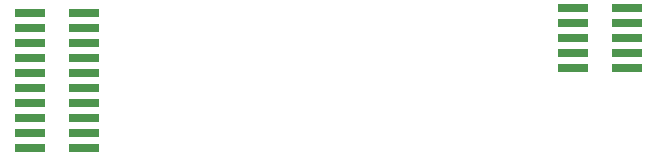
<source format=gbp>
G04*
G04 #@! TF.GenerationSoftware,Altium Limited,Altium Designer,21.4.1 (30)*
G04*
G04 Layer_Color=128*
%FSLAX25Y25*%
%MOIN*%
G70*
G04*
G04 #@! TF.SameCoordinates,E1CA7C7D-416C-4424-9A17-3CD1BDAA3B9A*
G04*
G04*
G04 #@! TF.FilePolarity,Positive*
G04*
G01*
G75*
%ADD37R,0.09843X0.02992*%
D37*
X-111142Y-37500D02*
D03*
X-128858D02*
D03*
X-111142Y-32500D02*
D03*
X-128858D02*
D03*
X-111142Y-27500D02*
D03*
X-128858D02*
D03*
X-111142Y-22500D02*
D03*
X-128858D02*
D03*
X-111142Y-17500D02*
D03*
X-128858D02*
D03*
X-111142Y-12500D02*
D03*
X-128858D02*
D03*
X-111142Y-7500D02*
D03*
X-128858D02*
D03*
X-111142Y-2500D02*
D03*
X-128858D02*
D03*
X-111142Y2500D02*
D03*
X-128858D02*
D03*
X-111142Y7500D02*
D03*
X-128858D02*
D03*
X69858Y-11000D02*
D03*
X52142D02*
D03*
X69858Y-6000D02*
D03*
Y-1000D02*
D03*
X52142D02*
D03*
X69858Y4000D02*
D03*
X52142D02*
D03*
X69858Y9000D02*
D03*
X52142D02*
D03*
Y-6000D02*
D03*
M02*

</source>
